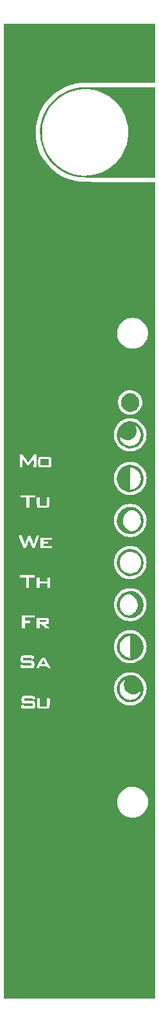
<source format=gtl>
G04 #@! TF.GenerationSoftware,KiCad,Pcbnew,8.0.2*
G04 #@! TF.CreationDate,2024-05-01T23:13:20+02:00*
G04 #@! TF.ProjectId,PetRockPanel,50657452-6f63-46b5-9061-6e656c2e6b69,rev?*
G04 #@! TF.SameCoordinates,Original*
G04 #@! TF.FileFunction,Copper,L1,Top*
G04 #@! TF.FilePolarity,Positive*
%FSLAX46Y46*%
G04 Gerber Fmt 4.6, Leading zero omitted, Abs format (unit mm)*
G04 Created by KiCad (PCBNEW 8.0.2) date 2024-05-01 23:13:20*
%MOMM*%
%LPD*%
G01*
G04 APERTURE LIST*
G04 #@! TA.AperFunction,EtchedComponent*
%ADD10C,0.000000*%
G04 #@! TD*
G04 #@! TA.AperFunction,ComponentPad*
%ADD11C,4.000000*%
G04 #@! TD*
G04 APERTURE END LIST*
D10*
G04 #@! TA.AperFunction,EtchedComponent*
G36*
X72165693Y-95062833D02*
G01*
X72165693Y-95482401D01*
X71617027Y-95482401D01*
X71068361Y-95482401D01*
X71068361Y-95062833D01*
X71068361Y-94643265D01*
X71617027Y-94643265D01*
X72165693Y-94643265D01*
X72165693Y-95062833D01*
G37*
G04 #@! TD.AperFunction*
G04 #@! TA.AperFunction,EtchedComponent*
G36*
X71445853Y-121213189D02*
G01*
X71495522Y-121286131D01*
X71565742Y-121411755D01*
X71598639Y-121471410D01*
X71719406Y-121689263D01*
X71412771Y-121689263D01*
X71106136Y-121689263D01*
X71254991Y-121416844D01*
X71321305Y-121294756D01*
X71368630Y-121219071D01*
X71406851Y-121191359D01*
X71445853Y-121213189D01*
G37*
G04 #@! TD.AperFunction*
G04 #@! TA.AperFunction,EtchedComponent*
G36*
X71508484Y-115849344D02*
G01*
X71641730Y-115856671D01*
X71729205Y-115872649D01*
X71780274Y-115900357D01*
X71804300Y-115942877D01*
X71810649Y-116003288D01*
X71810674Y-116008958D01*
X71805329Y-116070926D01*
X71783053Y-116114757D01*
X71734481Y-116143531D01*
X71650247Y-116160330D01*
X71520987Y-116168233D01*
X71337337Y-116170322D01*
X71320102Y-116170330D01*
X70906989Y-116170330D01*
X70906989Y-116008958D01*
X70906989Y-115847586D01*
X71320102Y-115847586D01*
X71508484Y-115849344D01*
G37*
G04 #@! TD.AperFunction*
G04 #@! TA.AperFunction,EtchedComponent*
G36*
X83072164Y-85964942D02*
G01*
X83331007Y-86036474D01*
X83414845Y-86073718D01*
X83582170Y-86181489D01*
X83746677Y-86332512D01*
X83890494Y-86507272D01*
X83995748Y-86686253D01*
X84012964Y-86726838D01*
X84066891Y-86928315D01*
X84089111Y-87156795D01*
X84079001Y-87385337D01*
X84035938Y-87587001D01*
X84033029Y-87595549D01*
X83934331Y-87805517D01*
X83793878Y-88005853D01*
X83630560Y-88169866D01*
X83621301Y-88177294D01*
X83418455Y-88302241D01*
X83184991Y-88387516D01*
X82940001Y-88428873D01*
X82702579Y-88422066D01*
X82606480Y-88402992D01*
X82336550Y-88301718D01*
X82105000Y-88148815D01*
X81914025Y-87946105D01*
X81772973Y-87710734D01*
X81723549Y-87600039D01*
X81693114Y-87507701D01*
X81677162Y-87410730D01*
X81671189Y-87286140D01*
X81670521Y-87187865D01*
X81672707Y-87034936D01*
X81682188Y-86923704D01*
X81703354Y-86831383D01*
X81740593Y-86735187D01*
X81769985Y-86671381D01*
X81915293Y-86433655D01*
X82100452Y-86239868D01*
X82317089Y-86093062D01*
X82556834Y-85996278D01*
X82811316Y-85952557D01*
X83072164Y-85964942D01*
G37*
G04 #@! TD.AperFunction*
G04 #@! TA.AperFunction,EtchedComponent*
G36*
X83227302Y-95444045D02*
G01*
X83527004Y-95524589D01*
X83803131Y-95662434D01*
X84062759Y-95860531D01*
X84144218Y-95937831D01*
X84359947Y-96194843D01*
X84517238Y-96478831D01*
X84616406Y-96790571D01*
X84657764Y-97130842D01*
X84659136Y-97209085D01*
X84648514Y-97448324D01*
X84612201Y-97656737D01*
X84543527Y-97863752D01*
X84476269Y-98015946D01*
X84307927Y-98298383D01*
X84094432Y-98538515D01*
X83842236Y-98732807D01*
X83557792Y-98877727D01*
X83247554Y-98969741D01*
X82917976Y-99005315D01*
X82687167Y-98995573D01*
X82380295Y-98932620D01*
X82089059Y-98811694D01*
X81887877Y-98681528D01*
X82880813Y-98681528D01*
X83034117Y-98659645D01*
X83159965Y-98634890D01*
X83299758Y-98597789D01*
X83354210Y-98580356D01*
X83606649Y-98460668D01*
X83827855Y-98291005D01*
X84012405Y-98080559D01*
X84154874Y-97838521D01*
X84249838Y-97574082D01*
X84291872Y-97296432D01*
X84276137Y-97018261D01*
X84198108Y-96727147D01*
X84068689Y-96464443D01*
X83894154Y-96236493D01*
X83680778Y-96049641D01*
X83434835Y-95910232D01*
X83162601Y-95824611D01*
X83082287Y-95811108D01*
X82880813Y-95783555D01*
X82880813Y-97232541D01*
X82880813Y-98681528D01*
X81887877Y-98681528D01*
X81822139Y-98638995D01*
X81588218Y-98420724D01*
X81395977Y-98163081D01*
X81315531Y-98015946D01*
X81223386Y-97800419D01*
X81166825Y-97597964D01*
X81139640Y-97380804D01*
X81135480Y-97232541D01*
X81134765Y-97207057D01*
X81163713Y-96860883D01*
X81250683Y-96542909D01*
X81395868Y-96252663D01*
X81599460Y-95989672D01*
X81649683Y-95937831D01*
X81905496Y-95719655D01*
X82175524Y-95562682D01*
X82466842Y-95463963D01*
X82786526Y-95420547D01*
X82896951Y-95417852D01*
X83227302Y-95444045D01*
G37*
G04 #@! TD.AperFunction*
G04 #@! TA.AperFunction,EtchedComponent*
G36*
X83227302Y-117648873D02*
G01*
X83527004Y-117729418D01*
X83803131Y-117867263D01*
X84062759Y-118065359D01*
X84144218Y-118142660D01*
X84360106Y-118399984D01*
X84517548Y-118684464D01*
X84616735Y-118996572D01*
X84657859Y-119336782D01*
X84659136Y-119411886D01*
X84648668Y-119655530D01*
X84613125Y-119865221D01*
X84546301Y-120068734D01*
X84478371Y-120220775D01*
X84306051Y-120505973D01*
X84089423Y-120747607D01*
X83834710Y-120942272D01*
X83548137Y-121086563D01*
X83235930Y-121177075D01*
X82904314Y-121210405D01*
X82687167Y-121200402D01*
X82380782Y-121137533D01*
X82089849Y-121016879D01*
X81823372Y-120844882D01*
X81590357Y-120627985D01*
X81399811Y-120372628D01*
X81317632Y-120220775D01*
X81223608Y-119998285D01*
X81166403Y-119794067D01*
X81139347Y-119578695D01*
X81136954Y-119492623D01*
X81500661Y-119492623D01*
X81543070Y-119767029D01*
X81637492Y-120032056D01*
X81778274Y-120276726D01*
X81959767Y-120490063D01*
X82176319Y-120661093D01*
X82290637Y-120724730D01*
X82420753Y-120777441D01*
X82577635Y-120826050D01*
X82732782Y-120862754D01*
X82856607Y-120879696D01*
X82870025Y-120877144D01*
X82881138Y-120864406D01*
X82890164Y-120835970D01*
X82897318Y-120786320D01*
X82902815Y-120709942D01*
X82906871Y-120601322D01*
X82909702Y-120454943D01*
X82911523Y-120265293D01*
X82912551Y-120026856D01*
X82913000Y-119734118D01*
X82913088Y-119435392D01*
X82913088Y-117988383D01*
X82711614Y-118015936D01*
X82433773Y-118085263D01*
X82179927Y-118210265D01*
X81956455Y-118384523D01*
X81769734Y-118601615D01*
X81626143Y-118855119D01*
X81532060Y-119138614D01*
X81515913Y-119219813D01*
X81500661Y-119492623D01*
X81136954Y-119492623D01*
X81134765Y-119413913D01*
X81163530Y-119067305D01*
X81250036Y-118749395D01*
X81394598Y-118459408D01*
X81597528Y-118196567D01*
X81649683Y-118142660D01*
X81905496Y-117924484D01*
X82175524Y-117767511D01*
X82466842Y-117668791D01*
X82786526Y-117625376D01*
X82896951Y-117622681D01*
X83227302Y-117648873D01*
G37*
G04 #@! TD.AperFunction*
G04 #@! TA.AperFunction,EtchedComponent*
G36*
X83227302Y-100995252D02*
G01*
X83527004Y-101075796D01*
X83803131Y-101213642D01*
X84062759Y-101411738D01*
X84144218Y-101489038D01*
X84359947Y-101746050D01*
X84517238Y-102030038D01*
X84616406Y-102341778D01*
X84657764Y-102682049D01*
X84659136Y-102760292D01*
X84648514Y-102999531D01*
X84612201Y-103207944D01*
X84543527Y-103414959D01*
X84476269Y-103567154D01*
X84307927Y-103849591D01*
X84094432Y-104089722D01*
X83842236Y-104284014D01*
X83557792Y-104428934D01*
X83247554Y-104520948D01*
X82917976Y-104556522D01*
X82687167Y-104546780D01*
X82380295Y-104483827D01*
X82089059Y-104362901D01*
X81822139Y-104190202D01*
X81588218Y-103971931D01*
X81395977Y-103714288D01*
X81315531Y-103567154D01*
X81223386Y-103351626D01*
X81166825Y-103149171D01*
X81139640Y-102932011D01*
X81137019Y-102838584D01*
X81919755Y-102838584D01*
X81954884Y-103105490D01*
X82040142Y-103363806D01*
X82176075Y-103605881D01*
X82363229Y-103824064D01*
X82553240Y-103978365D01*
X82764071Y-104102406D01*
X82959094Y-104169188D01*
X83149681Y-104179999D01*
X83347203Y-104136126D01*
X83476194Y-104082949D01*
X83718044Y-103934472D01*
X83924445Y-103739608D01*
X84090143Y-103508297D01*
X84209883Y-103250481D01*
X84278412Y-102976101D01*
X84290475Y-102695098D01*
X84276137Y-102569468D01*
X84197244Y-102275844D01*
X84065324Y-102009353D01*
X83886093Y-101777752D01*
X83665266Y-101588798D01*
X83471897Y-101477908D01*
X83283467Y-101404100D01*
X83118918Y-101376892D01*
X82957257Y-101396492D01*
X82777489Y-101463107D01*
X82731117Y-101485227D01*
X82476937Y-101642997D01*
X82269609Y-101838085D01*
X82109682Y-102062839D01*
X81997700Y-102309607D01*
X81934209Y-102570739D01*
X81919755Y-102838584D01*
X81137019Y-102838584D01*
X81134765Y-102758264D01*
X81163713Y-102412090D01*
X81250683Y-102094116D01*
X81395868Y-101803870D01*
X81599460Y-101540879D01*
X81649683Y-101489038D01*
X81905496Y-101270862D01*
X82175524Y-101113889D01*
X82466842Y-101015170D01*
X82786526Y-100971754D01*
X82896951Y-100969059D01*
X83227302Y-100995252D01*
G37*
G04 #@! TD.AperFunction*
G04 #@! TA.AperFunction,EtchedComponent*
G36*
X83227302Y-106546459D02*
G01*
X83527004Y-106627003D01*
X83803131Y-106764849D01*
X84062759Y-106962945D01*
X84144218Y-107040245D01*
X84360106Y-107297569D01*
X84517548Y-107582050D01*
X84616735Y-107894158D01*
X84657859Y-108234367D01*
X84659136Y-108309472D01*
X84648668Y-108553116D01*
X84613125Y-108762806D01*
X84546301Y-108966320D01*
X84478371Y-109118361D01*
X84306051Y-109403559D01*
X84089423Y-109645193D01*
X83834710Y-109839858D01*
X83548137Y-109984149D01*
X83235930Y-110074661D01*
X82904314Y-110107991D01*
X82687167Y-110097988D01*
X82380782Y-110035118D01*
X82089849Y-109914465D01*
X81823372Y-109742468D01*
X81590357Y-109525570D01*
X81399811Y-109270214D01*
X81317632Y-109118361D01*
X81223608Y-108895870D01*
X81166403Y-108691653D01*
X81139347Y-108476280D01*
X81135893Y-108352050D01*
X81499856Y-108352050D01*
X81519424Y-108558280D01*
X81599679Y-108847998D01*
X81732863Y-109110011D01*
X81912606Y-109337516D01*
X82132535Y-109523714D01*
X82386281Y-109661802D01*
X82622618Y-109736016D01*
X82773766Y-109764910D01*
X82894840Y-109775160D01*
X83017408Y-109767279D01*
X83157287Y-109744702D01*
X83436368Y-109662227D01*
X83686851Y-109527395D01*
X83903703Y-109347860D01*
X84081892Y-109131276D01*
X84216383Y-108885298D01*
X84302144Y-108617580D01*
X84334142Y-108335776D01*
X84307344Y-108047540D01*
X84298936Y-108008499D01*
X84204846Y-107737455D01*
X84057556Y-107490558D01*
X83865576Y-107275835D01*
X83637417Y-107101316D01*
X83381590Y-106975028D01*
X83133378Y-106909025D01*
X82849651Y-106893748D01*
X82577504Y-106936655D01*
X82322926Y-107031628D01*
X82091908Y-107172544D01*
X81890439Y-107353283D01*
X81724509Y-107567724D01*
X81600109Y-107809746D01*
X81523228Y-108073228D01*
X81499856Y-108352050D01*
X81135893Y-108352050D01*
X81134765Y-108311499D01*
X81163530Y-107964890D01*
X81250036Y-107646981D01*
X81394598Y-107356993D01*
X81597528Y-107094152D01*
X81649683Y-107040245D01*
X81905496Y-106822069D01*
X82175524Y-106665097D01*
X82466842Y-106566377D01*
X82786526Y-106522961D01*
X82896951Y-106520267D01*
X83227302Y-106546459D01*
G37*
G04 #@! TD.AperFunction*
G04 #@! TA.AperFunction,EtchedComponent*
G36*
X83227302Y-112097666D02*
G01*
X83527004Y-112178210D01*
X83803131Y-112316056D01*
X84062759Y-112514152D01*
X84144218Y-112591453D01*
X84360106Y-112848777D01*
X84517548Y-113133257D01*
X84616735Y-113445365D01*
X84657859Y-113785575D01*
X84659136Y-113860679D01*
X84648668Y-114104323D01*
X84613125Y-114314013D01*
X84546301Y-114517527D01*
X84478371Y-114669568D01*
X84306051Y-114954766D01*
X84089423Y-115196400D01*
X83834710Y-115391065D01*
X83548137Y-115535356D01*
X83235930Y-115625868D01*
X82904314Y-115659198D01*
X82687167Y-115649195D01*
X82380782Y-115586326D01*
X82089849Y-115465672D01*
X81823372Y-115293675D01*
X81590357Y-115076778D01*
X81399811Y-114821421D01*
X81317632Y-114669568D01*
X81223608Y-114447078D01*
X81166403Y-114242860D01*
X81139347Y-114027488D01*
X81137939Y-113976856D01*
X81503248Y-113976856D01*
X81518807Y-114105891D01*
X81599599Y-114398341D01*
X81733847Y-114663533D01*
X81915549Y-114894090D01*
X82138709Y-115082632D01*
X82397325Y-115221784D01*
X82439584Y-115238230D01*
X82624886Y-115283493D01*
X82806545Y-115275907D01*
X83000427Y-115214174D01*
X83057845Y-115187607D01*
X83258010Y-115063756D01*
X83451184Y-114897954D01*
X83614871Y-114710909D01*
X83678240Y-114616538D01*
X83802054Y-114350726D01*
X83866761Y-114073765D01*
X83874841Y-113793831D01*
X83828775Y-113519101D01*
X83731044Y-113257753D01*
X83584127Y-113017965D01*
X83390506Y-112807912D01*
X83152661Y-112635772D01*
X83062784Y-112587641D01*
X82875840Y-112510124D01*
X82711858Y-112479670D01*
X82549843Y-112496072D01*
X82368801Y-112559123D01*
X82322004Y-112580323D01*
X82075576Y-112729682D01*
X81866550Y-112924909D01*
X81699864Y-113156622D01*
X81580459Y-113415438D01*
X81513274Y-113691977D01*
X81503248Y-113976856D01*
X81137939Y-113976856D01*
X81134765Y-113862706D01*
X81163530Y-113516097D01*
X81250036Y-113198188D01*
X81394598Y-112908201D01*
X81597528Y-112645360D01*
X81649683Y-112591453D01*
X81905496Y-112373277D01*
X82175524Y-112216304D01*
X82466842Y-112117584D01*
X82786526Y-112074169D01*
X82896951Y-112071474D01*
X83227302Y-112097666D01*
G37*
G04 #@! TD.AperFunction*
G04 #@! TA.AperFunction,EtchedComponent*
G36*
X83227302Y-89699191D02*
G01*
X83527004Y-89779735D01*
X83803131Y-89917581D01*
X84062759Y-90115677D01*
X84144218Y-90192977D01*
X84359947Y-90449989D01*
X84517238Y-90733977D01*
X84616406Y-91045718D01*
X84657764Y-91385988D01*
X84659136Y-91464231D01*
X84648514Y-91703470D01*
X84612201Y-91911883D01*
X84543527Y-92118898D01*
X84476269Y-92271093D01*
X84307927Y-92553530D01*
X84094432Y-92793661D01*
X83842236Y-92987953D01*
X83557792Y-93132873D01*
X83247554Y-93224887D01*
X82917976Y-93260461D01*
X82687167Y-93250719D01*
X82380295Y-93187766D01*
X82089059Y-93066840D01*
X81822139Y-92894141D01*
X81588218Y-92675870D01*
X81395977Y-92418227D01*
X81315531Y-92271093D01*
X81223386Y-92055565D01*
X81166825Y-91853110D01*
X81143558Y-91667251D01*
X81462949Y-91667251D01*
X81521320Y-91877757D01*
X81629567Y-92151465D01*
X81790293Y-92394680D01*
X81995843Y-92600162D01*
X82238560Y-92760671D01*
X82510790Y-92868967D01*
X82590343Y-92888748D01*
X82741491Y-92917642D01*
X82862566Y-92927892D01*
X82985133Y-92920011D01*
X83125013Y-92897434D01*
X83405742Y-92814133D01*
X83659550Y-92676352D01*
X83879839Y-92490875D01*
X84060009Y-92264490D01*
X84193462Y-92003981D01*
X84273570Y-91716304D01*
X84290525Y-91434924D01*
X84250077Y-91148343D01*
X84156065Y-90871750D01*
X84012331Y-90620335D01*
X83988214Y-90587689D01*
X83922912Y-90513507D01*
X83835154Y-90428322D01*
X83739497Y-90344500D01*
X83650498Y-90274409D01*
X83582713Y-90230415D01*
X83557374Y-90221664D01*
X83556605Y-90248223D01*
X83579728Y-90318499D01*
X83621934Y-90418395D01*
X83631693Y-90439517D01*
X83683998Y-90559301D01*
X83714499Y-90658759D01*
X83728635Y-90764659D01*
X83731847Y-90903770D01*
X83731704Y-90931702D01*
X83712798Y-91183994D01*
X83655509Y-91397810D01*
X83552951Y-91591019D01*
X83408268Y-91770724D01*
X83194263Y-91958302D01*
X82957358Y-92088785D01*
X82705104Y-92161995D01*
X82445050Y-92177752D01*
X82184747Y-92135879D01*
X81931745Y-92036195D01*
X81693594Y-91878521D01*
X81618930Y-91813153D01*
X81462949Y-91667251D01*
X81143558Y-91667251D01*
X81139640Y-91635950D01*
X81134765Y-91462203D01*
X81163713Y-91116029D01*
X81250683Y-90798055D01*
X81395868Y-90507809D01*
X81599460Y-90244818D01*
X81649683Y-90192977D01*
X81905496Y-89974801D01*
X82175524Y-89817828D01*
X82466842Y-89719109D01*
X82786526Y-89675693D01*
X82896951Y-89672998D01*
X83227302Y-89699191D01*
G37*
G04 #@! TD.AperFunction*
G04 #@! TA.AperFunction,EtchedComponent*
G36*
X83227302Y-123200081D02*
G01*
X83527004Y-123280625D01*
X83803131Y-123418470D01*
X84062759Y-123616566D01*
X84144218Y-123693867D01*
X84360106Y-123951191D01*
X84517548Y-124235671D01*
X84616735Y-124547780D01*
X84657859Y-124887989D01*
X84659136Y-124963093D01*
X84648668Y-125206737D01*
X84613125Y-125416428D01*
X84546301Y-125619941D01*
X84478371Y-125771982D01*
X84306051Y-126057181D01*
X84089423Y-126298814D01*
X83834710Y-126493479D01*
X83548137Y-126637770D01*
X83235930Y-126728283D01*
X82904314Y-126761613D01*
X82687167Y-126751609D01*
X82380782Y-126688740D01*
X82089849Y-126568086D01*
X81823372Y-126396089D01*
X81590357Y-126179192D01*
X81399811Y-125923835D01*
X81317632Y-125771982D01*
X81223608Y-125549492D01*
X81166403Y-125345274D01*
X81139347Y-125129902D01*
X81134765Y-124965120D01*
X81140203Y-124899599D01*
X81504060Y-124899599D01*
X81514910Y-125183611D01*
X81519424Y-125211901D01*
X81599679Y-125501619D01*
X81732863Y-125763632D01*
X81912606Y-125991137D01*
X82132535Y-126177335D01*
X82386281Y-126315423D01*
X82622618Y-126389637D01*
X82773766Y-126418531D01*
X82894840Y-126428782D01*
X83017408Y-126420900D01*
X83157287Y-126398324D01*
X83439872Y-126314622D01*
X83696250Y-126176178D01*
X83918813Y-125989949D01*
X84099955Y-125762890D01*
X84232067Y-125501956D01*
X84272581Y-125378646D01*
X84330952Y-125168140D01*
X84174972Y-125314042D01*
X83943438Y-125491055D01*
X83694541Y-125610019D01*
X83435829Y-125671113D01*
X83174854Y-125674516D01*
X82919165Y-125620407D01*
X82676314Y-125508966D01*
X82453849Y-125340370D01*
X82385633Y-125271614D01*
X82233980Y-125081460D01*
X82134105Y-124887579D01*
X82079119Y-124672102D01*
X82062197Y-124432592D01*
X82064131Y-124285449D01*
X82076095Y-124175923D01*
X82103528Y-124077245D01*
X82151870Y-123962647D01*
X82162208Y-123940406D01*
X82207490Y-123836484D01*
X82234601Y-123759508D01*
X82238731Y-123723577D01*
X82236527Y-123722554D01*
X82189693Y-123743638D01*
X82112431Y-123798648D01*
X82019297Y-123875215D01*
X81924849Y-123960974D01*
X81843642Y-124043557D01*
X81805687Y-124088578D01*
X81653017Y-124338080D01*
X81551285Y-124613088D01*
X81504060Y-124899599D01*
X81140203Y-124899599D01*
X81163530Y-124618512D01*
X81250036Y-124300602D01*
X81394598Y-124010615D01*
X81597528Y-123747774D01*
X81649683Y-123693867D01*
X81905496Y-123475691D01*
X82175524Y-123318718D01*
X82466842Y-123219998D01*
X82786526Y-123176583D01*
X82896951Y-123173888D01*
X83227302Y-123200081D01*
G37*
G04 #@! TD.AperFunction*
G04 #@! TA.AperFunction,EtchedComponent*
G36*
X86205083Y-51555696D02*
G01*
X86205083Y-57527636D01*
X81323571Y-57523544D01*
X80763678Y-57522899D01*
X80219201Y-57521929D01*
X79693855Y-57520656D01*
X79191358Y-57519104D01*
X78715424Y-57517295D01*
X78269771Y-57515251D01*
X77858114Y-57512996D01*
X77484170Y-57510551D01*
X77151654Y-57507941D01*
X76864283Y-57505186D01*
X76625774Y-57502310D01*
X76439842Y-57499336D01*
X76310203Y-57496287D01*
X76240574Y-57493184D01*
X76233642Y-57492492D01*
X75615179Y-57380828D01*
X75018499Y-57209474D01*
X74446905Y-56980083D01*
X73903701Y-56694309D01*
X73392190Y-56353806D01*
X72915675Y-55960227D01*
X72644757Y-55695991D01*
X72240513Y-55230929D01*
X71890031Y-54732714D01*
X71594529Y-54205685D01*
X71355226Y-53654180D01*
X71173340Y-53082538D01*
X71050087Y-52495098D01*
X70986687Y-51896199D01*
X70985666Y-51630644D01*
X71251318Y-51630644D01*
X71262901Y-51990506D01*
X71291915Y-52325939D01*
X71322213Y-52532508D01*
X71458366Y-53116019D01*
X71653347Y-53679137D01*
X71904038Y-54217285D01*
X72207319Y-54725883D01*
X72560073Y-55200353D01*
X72959181Y-55636116D01*
X73401525Y-56028593D01*
X73883987Y-56373205D01*
X73977607Y-56431478D01*
X74499307Y-56712614D01*
X75046038Y-56937909D01*
X75611186Y-57105860D01*
X76188141Y-57214967D01*
X76770290Y-57263726D01*
X77351021Y-57250638D01*
X77516456Y-57235252D01*
X78121981Y-57138031D01*
X78704950Y-56982035D01*
X79262002Y-56769277D01*
X79789777Y-56501767D01*
X80284916Y-56181519D01*
X80744059Y-55810543D01*
X81163845Y-55390850D01*
X81540915Y-54924454D01*
X81659226Y-54754950D01*
X81970795Y-54235147D01*
X82223497Y-53693768D01*
X82417020Y-53135258D01*
X82551054Y-52564064D01*
X82625287Y-51984631D01*
X82639409Y-51401407D01*
X82593109Y-50818836D01*
X82486077Y-50241366D01*
X82318001Y-49673442D01*
X82088571Y-49119510D01*
X82057591Y-49055591D01*
X81760970Y-48524098D01*
X81415977Y-48034196D01*
X81025180Y-47587830D01*
X80591144Y-47186942D01*
X80116435Y-46833476D01*
X79603620Y-46529377D01*
X79055265Y-46276586D01*
X78473937Y-46077049D01*
X77958958Y-45951398D01*
X77783816Y-45925564D01*
X77559465Y-45906555D01*
X77300883Y-45894370D01*
X77023048Y-45889010D01*
X76740939Y-45890475D01*
X76469532Y-45898764D01*
X76223806Y-45913877D01*
X76018740Y-45935815D01*
X75925667Y-45951398D01*
X75315749Y-46103771D01*
X74742980Y-46308640D01*
X74205863Y-46566797D01*
X73702899Y-46879037D01*
X73232591Y-47246152D01*
X72907264Y-47551031D01*
X72499958Y-48002910D01*
X72151528Y-48478335D01*
X71860135Y-48980868D01*
X71623935Y-49514074D01*
X71441089Y-50081517D01*
X71321255Y-50620902D01*
X71280484Y-50924200D01*
X71257175Y-51267994D01*
X71251318Y-51630644D01*
X70985666Y-51630644D01*
X70984357Y-51290179D01*
X71044314Y-50681378D01*
X71121196Y-50268421D01*
X71201566Y-49943269D01*
X71294450Y-49643619D01*
X71408110Y-49346307D01*
X71550809Y-49028166D01*
X71599884Y-48926493D01*
X71898616Y-48387562D01*
X72246637Y-47888856D01*
X72641162Y-47432461D01*
X73079404Y-47020462D01*
X73558577Y-46654944D01*
X74075895Y-46337992D01*
X74628571Y-46071692D01*
X75213820Y-45858129D01*
X75828855Y-45699388D01*
X75941804Y-45676931D01*
X75991982Y-45667515D01*
X76040798Y-45658968D01*
X76091489Y-45651242D01*
X76147294Y-45644287D01*
X76211451Y-45638052D01*
X76287196Y-45632488D01*
X76377768Y-45627545D01*
X76486403Y-45623173D01*
X76616340Y-45619323D01*
X76770817Y-45615944D01*
X76953071Y-45612986D01*
X77166339Y-45610401D01*
X77413860Y-45608137D01*
X77698870Y-45606146D01*
X78024608Y-45604377D01*
X78394311Y-45602781D01*
X78811217Y-45601307D01*
X79278564Y-45599906D01*
X79799588Y-45598528D01*
X80377528Y-45597123D01*
X81015622Y-45595641D01*
X81259022Y-45595083D01*
X86205083Y-45583756D01*
X86205083Y-51555696D01*
G37*
G04 #@! TD.AperFunction*
G04 #@! TA.AperFunction,EtchedComponent*
G36*
X86205083Y-41132211D02*
G01*
X86205083Y-45005146D01*
X81501080Y-45005479D01*
X80801655Y-45005769D01*
X80146719Y-45006531D01*
X79538041Y-45007752D01*
X78977390Y-45009421D01*
X78466537Y-45011525D01*
X78007249Y-45014054D01*
X77601297Y-45016996D01*
X77250450Y-45020338D01*
X76956476Y-45024069D01*
X76721145Y-45028178D01*
X76546227Y-45032653D01*
X76433490Y-45037481D01*
X76409784Y-45039189D01*
X75777615Y-45122200D01*
X75173632Y-45260860D01*
X74589808Y-45457383D01*
X74086023Y-45680103D01*
X73630862Y-45921212D01*
X73223723Y-46175441D01*
X72848090Y-46454727D01*
X72487446Y-46771005D01*
X72244725Y-47010841D01*
X71815875Y-47497813D01*
X71441454Y-48017132D01*
X71122475Y-48564909D01*
X70859948Y-49137256D01*
X70654883Y-49730285D01*
X70508293Y-50340108D01*
X70421188Y-50962835D01*
X70394580Y-51594579D01*
X70429478Y-52231451D01*
X70526896Y-52869563D01*
X70618937Y-53263367D01*
X70814666Y-53876487D01*
X71069061Y-54463419D01*
X71380912Y-55022085D01*
X71749008Y-55550410D01*
X72172139Y-56046315D01*
X72342790Y-56221550D01*
X72819580Y-56649229D01*
X73335135Y-57026972D01*
X73884674Y-57352492D01*
X74463416Y-57623501D01*
X75066579Y-57837711D01*
X75689384Y-57992836D01*
X76216137Y-58074887D01*
X76293155Y-58079838D01*
X76433472Y-58084421D01*
X76635839Y-58088628D01*
X76899009Y-58092452D01*
X77221732Y-58095884D01*
X77602761Y-58098916D01*
X78040845Y-58101540D01*
X78534738Y-58103748D01*
X79083190Y-58105531D01*
X79684953Y-58106882D01*
X80338777Y-58107792D01*
X81043415Y-58108254D01*
X81355845Y-58108312D01*
X86205083Y-58108577D01*
X86205083Y-111974650D01*
X86205083Y-165840724D01*
X76200000Y-165840724D01*
X66194918Y-165840724D01*
X66194918Y-139907367D01*
X81173396Y-139907367D01*
X81197903Y-140244820D01*
X81281006Y-140581870D01*
X81376323Y-140815710D01*
X81550711Y-141108702D01*
X81774187Y-141370328D01*
X82037301Y-141592861D01*
X82330603Y-141768569D01*
X82644642Y-141889725D01*
X82710815Y-141907145D01*
X82886814Y-141936434D01*
X83097939Y-141951419D01*
X83319923Y-141952058D01*
X83528500Y-141938315D01*
X83699403Y-141910151D01*
X83705100Y-141908727D01*
X84045242Y-141790271D01*
X84352835Y-141618691D01*
X84623319Y-141399027D01*
X84852136Y-141136320D01*
X85034726Y-140835611D01*
X85166529Y-140501939D01*
X85231218Y-140221594D01*
X85254492Y-140066993D01*
X85264868Y-139948539D01*
X85262272Y-139839116D01*
X85246626Y-139711609D01*
X85229480Y-139606532D01*
X85149848Y-139278305D01*
X85025757Y-138986792D01*
X84850284Y-138718779D01*
X84642909Y-138486940D01*
X84427854Y-138292738D01*
X84217191Y-138146630D01*
X83991138Y-138036859D01*
X83752643Y-137957876D01*
X83518449Y-137912059D01*
X83257445Y-137892286D01*
X82996746Y-137899039D01*
X82763471Y-137932800D01*
X82734290Y-137939774D01*
X82395782Y-138056487D01*
X82092369Y-138222568D01*
X81826988Y-138431794D01*
X81602578Y-138677945D01*
X81422077Y-138954799D01*
X81288420Y-139256135D01*
X81204548Y-139575731D01*
X81173396Y-139907367D01*
X66194918Y-139907367D01*
X66194918Y-127200412D01*
X68464805Y-127200412D01*
X68468123Y-127218242D01*
X68489422Y-127320645D01*
X68512271Y-127400272D01*
X68544451Y-127460004D01*
X68593745Y-127502720D01*
X68667932Y-127531301D01*
X68774794Y-127548626D01*
X68922112Y-127557577D01*
X69117667Y-127561033D01*
X69369240Y-127561873D01*
X69396639Y-127561922D01*
X69662163Y-127560630D01*
X69877518Y-127555803D01*
X70038769Y-127547614D01*
X70141984Y-127536239D01*
X70175736Y-127527381D01*
X70241796Y-127482055D01*
X70286463Y-127409970D01*
X70313014Y-127300556D01*
X70324729Y-127143240D01*
X70326048Y-127042822D01*
X70324875Y-126902892D01*
X70318626Y-126810766D01*
X70303208Y-126749706D01*
X70274528Y-126702976D01*
X70231708Y-126657047D01*
X70137367Y-126562706D01*
X69505532Y-126562706D01*
X68873698Y-126562706D01*
X68873698Y-126369059D01*
X68873698Y-126175413D01*
X69422363Y-126175413D01*
X69971029Y-126175413D01*
X69971029Y-126274800D01*
X69975702Y-126341313D01*
X70002805Y-126362348D01*
X70071961Y-126352234D01*
X70075921Y-126351375D01*
X70203901Y-126320457D01*
X70279337Y-126290050D01*
X70313443Y-126250585D01*
X70316390Y-126207687D01*
X70611489Y-126207687D01*
X70622072Y-126823807D01*
X70625021Y-127056123D01*
X70629962Y-127234159D01*
X70644526Y-127365090D01*
X70676348Y-127456092D01*
X70733062Y-127514339D01*
X70822299Y-127547006D01*
X70951693Y-127561268D01*
X71128879Y-127564300D01*
X71361488Y-127563276D01*
X71408717Y-127563215D01*
X71607971Y-127561701D01*
X71789306Y-127557489D01*
X71941169Y-127551072D01*
X72052006Y-127542942D01*
X72110261Y-127533593D01*
X72111219Y-127533245D01*
X72161876Y-127503538D01*
X72200289Y-127452726D01*
X72227983Y-127372932D01*
X72246484Y-127256278D01*
X72257315Y-127094889D01*
X72262001Y-126880886D01*
X72262516Y-126751537D01*
X72262516Y-126207687D01*
X72085006Y-126207687D01*
X71907497Y-126207687D01*
X71907497Y-126756353D01*
X71907497Y-127305019D01*
X71439517Y-127305019D01*
X70971538Y-127305019D01*
X70971538Y-126756353D01*
X70971538Y-126207687D01*
X70791513Y-126207687D01*
X70611489Y-126207687D01*
X70316390Y-126207687D01*
X70317434Y-126192493D01*
X70311137Y-126150678D01*
X70295329Y-126074011D01*
X70273985Y-126014886D01*
X70239210Y-125970903D01*
X70183112Y-125939665D01*
X70097798Y-125918771D01*
X69975373Y-125905823D01*
X69807944Y-125898421D01*
X69587618Y-125894167D01*
X69461877Y-125892552D01*
X69207452Y-125890271D01*
X69009611Y-125891469D01*
X68860418Y-125897791D01*
X68751933Y-125910885D01*
X68676218Y-125932396D01*
X68625337Y-125963971D01*
X68591350Y-126007257D01*
X68566320Y-126063899D01*
X68560843Y-126079431D01*
X68533713Y-126209524D01*
X68523767Y-126371907D01*
X68531004Y-126536648D01*
X68555426Y-126673819D01*
X68560843Y-126690963D01*
X68586821Y-126753407D01*
X68621878Y-126800848D01*
X68674496Y-126835332D01*
X68753160Y-126858902D01*
X68866351Y-126873602D01*
X69022552Y-126881478D01*
X69230247Y-126884573D01*
X69365883Y-126884975D01*
X69971029Y-126885451D01*
X69971029Y-127062960D01*
X69971029Y-127240470D01*
X69406226Y-127240470D01*
X68841423Y-127240470D01*
X68841423Y-127156755D01*
X68838226Y-127108682D01*
X68817960Y-127086569D01*
X68764611Y-127084666D01*
X68671982Y-127095896D01*
X68555744Y-127113401D01*
X68490951Y-127131564D01*
X68464879Y-127158022D01*
X68464805Y-127200412D01*
X66194918Y-127200412D01*
X66194918Y-125085309D01*
X80748137Y-125085309D01*
X80756677Y-125210482D01*
X80820080Y-125559611D01*
X80941839Y-125891201D01*
X81116693Y-126198657D01*
X81339382Y-126475383D01*
X81604646Y-126714782D01*
X81907226Y-126910259D01*
X82222425Y-127048570D01*
X82479459Y-127112853D01*
X82769041Y-127143683D01*
X83068519Y-127141067D01*
X83355242Y-127105010D01*
X83571476Y-127048255D01*
X83910981Y-126897049D01*
X84220269Y-126689493D01*
X84412908Y-126515715D01*
X84658918Y-126225295D01*
X84844757Y-125912243D01*
X84970761Y-125575591D01*
X85037266Y-125214370D01*
X85044608Y-124827612D01*
X85036348Y-124717158D01*
X84971610Y-124362820D01*
X84848344Y-124028779D01*
X84670843Y-123720495D01*
X84443401Y-123443430D01*
X84170312Y-123203045D01*
X83855868Y-123004802D01*
X83598647Y-122888279D01*
X83508013Y-122855347D01*
X83426251Y-122832348D01*
X83338630Y-122817525D01*
X83230422Y-122809119D01*
X83086895Y-122805372D01*
X82896951Y-122804526D01*
X82704308Y-122805405D01*
X82561475Y-122809213D01*
X82453719Y-122817710D01*
X82366312Y-122832652D01*
X82284523Y-122855798D01*
X82195254Y-122888279D01*
X81884331Y-123031318D01*
X81612259Y-123209856D01*
X81395329Y-123399809D01*
X81150514Y-123682529D01*
X80962486Y-123994994D01*
X80832146Y-124334650D01*
X80760396Y-124698940D01*
X80748137Y-125085309D01*
X66194918Y-125085309D01*
X66194918Y-122237929D01*
X70453489Y-122237929D01*
X70627342Y-122237929D01*
X70728807Y-122235571D01*
X70788961Y-122219532D01*
X70831043Y-122176359D01*
X70878242Y-122092694D01*
X70955290Y-121947458D01*
X71407861Y-121947458D01*
X71860433Y-121947458D01*
X71939771Y-122092694D01*
X72019109Y-122237929D01*
X72205362Y-122237929D01*
X72304940Y-122234132D01*
X72371882Y-122224296D01*
X72390002Y-122213723D01*
X72373371Y-122180461D01*
X72327575Y-122100232D01*
X72257336Y-121981006D01*
X72167378Y-121830753D01*
X72062423Y-121657443D01*
X71993189Y-121544028D01*
X71597987Y-120898539D01*
X71423645Y-120898539D01*
X71249302Y-120898539D01*
X70898963Y-121479479D01*
X70791074Y-121658846D01*
X70691977Y-121824460D01*
X70607485Y-121966539D01*
X70543411Y-122075299D01*
X70505568Y-122140958D01*
X70501057Y-122149174D01*
X70453489Y-122237929D01*
X66194918Y-122237929D01*
X66194918Y-121875126D01*
X68367981Y-121875126D01*
X68371300Y-121892956D01*
X68392598Y-121995359D01*
X68415447Y-122074986D01*
X68447628Y-122134718D01*
X68496921Y-122177434D01*
X68571108Y-122206015D01*
X68677970Y-122223341D01*
X68825288Y-122232291D01*
X69020843Y-122235747D01*
X69272416Y-122236587D01*
X69299816Y-122236636D01*
X69565340Y-122235344D01*
X69780694Y-122230517D01*
X69941946Y-122222328D01*
X70045161Y-122210953D01*
X70078912Y-122202095D01*
X70144973Y-122156769D01*
X70189639Y-122084685D01*
X70216190Y-121975270D01*
X70227906Y-121817954D01*
X70229225Y-121717536D01*
X70228052Y-121577606D01*
X70221802Y-121485480D01*
X70206385Y-121424420D01*
X70177705Y-121377690D01*
X70134884Y-121331761D01*
X70040544Y-121237420D01*
X69408709Y-121237420D01*
X68776874Y-121237420D01*
X68776874Y-121043774D01*
X68776874Y-120850127D01*
X69325540Y-120850127D01*
X69874206Y-120850127D01*
X69874206Y-120949515D01*
X69878879Y-121016027D01*
X69905981Y-121037063D01*
X69975138Y-121026948D01*
X69979098Y-121026089D01*
X70107077Y-120995172D01*
X70182513Y-120964764D01*
X70216620Y-120925299D01*
X70220611Y-120867207D01*
X70214314Y-120825392D01*
X70198506Y-120748725D01*
X70177161Y-120689600D01*
X70142387Y-120645617D01*
X70086289Y-120614379D01*
X70000974Y-120593485D01*
X69878549Y-120580537D01*
X69711121Y-120573135D01*
X69490795Y-120568881D01*
X69365054Y-120567266D01*
X69110628Y-120564985D01*
X68912788Y-120566183D01*
X68763594Y-120572505D01*
X68655109Y-120585599D01*
X68579395Y-120607110D01*
X68528514Y-120638685D01*
X68494527Y-120681971D01*
X68469497Y-120738613D01*
X68464020Y-120754145D01*
X68436890Y-120884238D01*
X68426943Y-121046621D01*
X68434181Y-121211362D01*
X68458602Y-121348533D01*
X68464020Y-121365677D01*
X68489997Y-121428121D01*
X68525054Y-121475562D01*
X68577673Y-121510046D01*
X68656336Y-121533616D01*
X68769527Y-121548316D01*
X68925729Y-121556192D01*
X69133424Y-121559287D01*
X69269060Y-121559689D01*
X69874206Y-121560165D01*
X69874206Y-121737674D01*
X69874206Y-121915184D01*
X69309403Y-121915184D01*
X68744600Y-121915184D01*
X68744600Y-121831469D01*
X68741403Y-121783396D01*
X68721137Y-121761283D01*
X68667788Y-121759380D01*
X68575159Y-121770610D01*
X68458920Y-121788115D01*
X68394127Y-121806278D01*
X68368056Y-121832736D01*
X68367981Y-121875126D01*
X66194918Y-121875126D01*
X66194918Y-119534102D01*
X80748137Y-119534102D01*
X80756677Y-119659275D01*
X80820080Y-120008403D01*
X80941839Y-120339994D01*
X81116693Y-120647450D01*
X81339382Y-120924175D01*
X81604646Y-121163575D01*
X81907226Y-121359052D01*
X82222425Y-121497363D01*
X82479459Y-121561646D01*
X82769041Y-121592476D01*
X83068519Y-121589860D01*
X83355242Y-121553802D01*
X83571476Y-121497048D01*
X83910981Y-121345842D01*
X84220269Y-121138286D01*
X84412908Y-120964507D01*
X84658918Y-120674087D01*
X84844757Y-120361036D01*
X84970761Y-120024384D01*
X85037266Y-119663163D01*
X85044608Y-119276405D01*
X85036348Y-119165951D01*
X84971610Y-118811613D01*
X84848344Y-118477572D01*
X84670843Y-118169288D01*
X84443401Y-117892222D01*
X84170312Y-117651838D01*
X83855868Y-117453595D01*
X83598647Y-117337072D01*
X83508013Y-117304139D01*
X83426251Y-117281141D01*
X83338630Y-117266317D01*
X83230422Y-117257912D01*
X83086895Y-117254165D01*
X82896951Y-117253319D01*
X82704308Y-117254198D01*
X82561475Y-117258006D01*
X82453719Y-117266503D01*
X82366312Y-117281445D01*
X82284523Y-117304591D01*
X82195254Y-117337072D01*
X81884331Y-117480111D01*
X81612259Y-117658649D01*
X81395329Y-117848602D01*
X81150514Y-118131322D01*
X80962486Y-118443787D01*
X80832146Y-118783443D01*
X80760396Y-119147733D01*
X80748137Y-119534102D01*
X66194918Y-119534102D01*
X66194918Y-116944917D01*
X68583228Y-116944917D01*
X68776874Y-116944917D01*
X68970521Y-116944917D01*
X70551970Y-116944917D01*
X70729479Y-116944917D01*
X70906989Y-116944917D01*
X70906989Y-116686721D01*
X70906989Y-116428526D01*
X71056049Y-116428526D01*
X71122471Y-116431064D01*
X71178634Y-116443639D01*
X71236990Y-116473698D01*
X71309990Y-116528683D01*
X71410086Y-116616039D01*
X71487929Y-116686721D01*
X71770748Y-116944917D01*
X72020587Y-116944917D01*
X72270425Y-116944917D01*
X71947348Y-116694790D01*
X71624270Y-116444663D01*
X71757815Y-116436152D01*
X71863104Y-116426500D01*
X71952865Y-116413518D01*
X71966104Y-116410797D01*
X72037961Y-116364143D01*
X72090492Y-116271105D01*
X72122799Y-116147162D01*
X72133986Y-116007791D01*
X72123158Y-115868471D01*
X72089418Y-115744679D01*
X72031869Y-115651893D01*
X72011120Y-115633390D01*
X71973329Y-115618423D01*
X71900164Y-115607060D01*
X71785247Y-115598940D01*
X71622200Y-115593700D01*
X71404645Y-115590979D01*
X71253939Y-115590416D01*
X70551970Y-115589390D01*
X70551970Y-116267154D01*
X70551970Y-116944917D01*
X68970521Y-116944917D01*
X68970521Y-116622173D01*
X68970521Y-116299428D01*
X69325540Y-116299428D01*
X69680559Y-116299428D01*
X69680559Y-116267154D01*
X69680559Y-116154193D01*
X69680559Y-116008958D01*
X69325540Y-116008958D01*
X68970521Y-116008958D01*
X68970521Y-115783037D01*
X68970521Y-115557115D01*
X69632147Y-115557115D01*
X70293774Y-115557115D01*
X70293774Y-115411880D01*
X70293774Y-115266645D01*
X69438501Y-115266645D01*
X68583228Y-115266645D01*
X68583228Y-116105781D01*
X68583228Y-116944917D01*
X66194918Y-116944917D01*
X66194918Y-116105781D01*
X66194918Y-113982895D01*
X80748137Y-113982895D01*
X80756677Y-114108068D01*
X80820080Y-114457196D01*
X80941839Y-114788787D01*
X81116693Y-115096243D01*
X81339382Y-115372968D01*
X81604646Y-115612368D01*
X81907226Y-115807845D01*
X82222425Y-115946156D01*
X82479459Y-116010438D01*
X82769041Y-116041269D01*
X83068519Y-116038653D01*
X83355242Y-116002595D01*
X83571476Y-115945841D01*
X83910981Y-115794635D01*
X84220269Y-115587078D01*
X84412908Y-115413300D01*
X84658918Y-115122880D01*
X84844757Y-114809829D01*
X84970761Y-114473177D01*
X85037266Y-114111956D01*
X85044608Y-113725197D01*
X85036348Y-113614744D01*
X84971610Y-113260406D01*
X84848344Y-112926365D01*
X84670843Y-112618080D01*
X84443401Y-112341015D01*
X84170312Y-112100631D01*
X83855868Y-111902388D01*
X83598647Y-111785865D01*
X83508013Y-111752932D01*
X83426251Y-111729934D01*
X83338630Y-111715110D01*
X83230422Y-111706704D01*
X83086895Y-111702958D01*
X82896951Y-111702112D01*
X82704308Y-111702991D01*
X82561475Y-111706799D01*
X82453719Y-111715296D01*
X82366312Y-111730238D01*
X82284523Y-111753384D01*
X82195254Y-111785865D01*
X81884331Y-111928904D01*
X81612259Y-112107442D01*
X81395329Y-112297395D01*
X81150514Y-112580115D01*
X80962486Y-112892580D01*
X80832146Y-113232236D01*
X80760396Y-113596526D01*
X80748137Y-113982895D01*
X66194918Y-113982895D01*
X66194918Y-110264104D01*
X68357306Y-110264104D01*
X68744600Y-110264104D01*
X69131893Y-110264104D01*
X69131893Y-110958005D01*
X69131893Y-111651906D01*
X69325540Y-111651906D01*
X69519187Y-111651906D01*
X70551970Y-111651906D01*
X70729479Y-111651906D01*
X70906989Y-111651906D01*
X70906989Y-111361436D01*
X70906989Y-111070965D01*
X71423380Y-111070965D01*
X71939771Y-111070965D01*
X71939771Y-111361436D01*
X71939771Y-111651906D01*
X72117281Y-111651906D01*
X72294790Y-111651906D01*
X72294790Y-110974142D01*
X72294790Y-110296378D01*
X72117281Y-110296378D01*
X71939771Y-110296378D01*
X71939771Y-110554574D01*
X71939771Y-110812770D01*
X71423380Y-110812770D01*
X70906989Y-110812770D01*
X70906989Y-110554574D01*
X70906989Y-110296378D01*
X70729479Y-110296378D01*
X70551970Y-110296378D01*
X70551970Y-110974142D01*
X70551970Y-111651906D01*
X69519187Y-111651906D01*
X69519187Y-110974142D01*
X69519187Y-110958005D01*
X69519187Y-110264104D01*
X69906480Y-110264104D01*
X70293774Y-110264104D01*
X70293774Y-110118869D01*
X70293774Y-109973634D01*
X69325540Y-109973634D01*
X68357306Y-109973634D01*
X68357306Y-110118869D01*
X68357306Y-110264104D01*
X66194918Y-110264104D01*
X66194918Y-110118869D01*
X66194918Y-108431687D01*
X80748137Y-108431687D01*
X80756677Y-108556860D01*
X80820080Y-108905989D01*
X80941839Y-109237579D01*
X81116693Y-109545035D01*
X81339382Y-109821761D01*
X81604646Y-110061161D01*
X81907226Y-110256638D01*
X82222425Y-110394949D01*
X82479459Y-110459231D01*
X82769041Y-110490062D01*
X83068519Y-110487446D01*
X83355242Y-110451388D01*
X83571476Y-110394634D01*
X83910981Y-110243428D01*
X84220269Y-110035871D01*
X84412908Y-109862093D01*
X84658918Y-109571673D01*
X84844757Y-109258622D01*
X84970761Y-108921970D01*
X85037266Y-108560749D01*
X85044608Y-108173990D01*
X85036348Y-108063537D01*
X84971610Y-107709199D01*
X84848344Y-107375157D01*
X84670843Y-107066873D01*
X84443401Y-106789808D01*
X84170312Y-106549424D01*
X83855868Y-106351181D01*
X83598647Y-106234658D01*
X83508013Y-106201725D01*
X83426251Y-106178726D01*
X83338630Y-106163903D01*
X83230422Y-106155497D01*
X83086895Y-106151751D01*
X82896951Y-106150905D01*
X82704308Y-106151784D01*
X82561475Y-106155592D01*
X82453719Y-106164088D01*
X82366312Y-106179031D01*
X82284523Y-106202177D01*
X82195254Y-106234658D01*
X81884331Y-106377697D01*
X81612259Y-106556235D01*
X81395329Y-106746188D01*
X81150514Y-107028907D01*
X80962486Y-107341373D01*
X80832146Y-107681028D01*
X80760396Y-108045318D01*
X80748137Y-108431687D01*
X66194918Y-108431687D01*
X66194918Y-104783694D01*
X68171201Y-104783694D01*
X68171810Y-104785514D01*
X68186899Y-104825488D01*
X68221693Y-104917434D01*
X68273017Y-105052963D01*
X68337694Y-105223692D01*
X68412547Y-105421233D01*
X68489939Y-105625429D01*
X68793012Y-106425001D01*
X68936431Y-106416153D01*
X69079850Y-106407306D01*
X69298577Y-105862271D01*
X69368889Y-105687972D01*
X69431104Y-105535462D01*
X69481215Y-105414425D01*
X69515215Y-105334544D01*
X69528913Y-105305628D01*
X69543752Y-105330414D01*
X69578129Y-105406335D01*
X69628215Y-105524355D01*
X69690179Y-105675439D01*
X69760191Y-105850550D01*
X69763844Y-105859799D01*
X69987167Y-106425579D01*
X70019902Y-106423443D01*
X71068361Y-106423443D01*
X71826811Y-106423443D01*
X72585261Y-106423443D01*
X72585261Y-106294345D01*
X72585261Y-106165248D01*
X72004320Y-106165248D01*
X71423380Y-106165248D01*
X71423380Y-106003875D01*
X71423380Y-105842503D01*
X71746125Y-105842503D01*
X72068869Y-105842503D01*
X72068869Y-105713405D01*
X72068869Y-105584307D01*
X71746125Y-105584307D01*
X71423380Y-105584307D01*
X71423380Y-105455209D01*
X71423380Y-105326112D01*
X71988183Y-105326112D01*
X72552986Y-105326112D01*
X72552986Y-105197014D01*
X72552986Y-105067916D01*
X71810674Y-105067916D01*
X71068361Y-105067916D01*
X71068361Y-105745680D01*
X71068361Y-106423443D01*
X70019902Y-106423443D01*
X70127197Y-106416442D01*
X70267227Y-106407306D01*
X70520343Y-105745680D01*
X70582079Y-105584307D01*
X70896932Y-104761309D01*
X70735979Y-104751393D01*
X70638544Y-104750489D01*
X70569264Y-104759216D01*
X70551414Y-104767531D01*
X70533217Y-104805258D01*
X70497708Y-104893316D01*
X70448943Y-105021126D01*
X70390979Y-105178110D01*
X70343428Y-105309974D01*
X70282224Y-105480433D01*
X70228468Y-105628331D01*
X70185897Y-105743532D01*
X70158248Y-105815902D01*
X70149453Y-105836089D01*
X70135113Y-105810795D01*
X70101030Y-105734594D01*
X70051084Y-105616646D01*
X69989157Y-105466114D01*
X69919856Y-105293988D01*
X69699862Y-104742164D01*
X69556875Y-104751736D01*
X69413888Y-104761309D01*
X69224473Y-105245425D01*
X69158248Y-105414366D01*
X69098705Y-105565667D01*
X69050513Y-105687510D01*
X69018340Y-105768077D01*
X69008710Y-105791588D01*
X68993839Y-105800396D01*
X68969568Y-105771530D01*
X68933417Y-105699760D01*
X68882902Y-105579855D01*
X68815542Y-105406583D01*
X68775181Y-105299403D01*
X68568001Y-104745171D01*
X68362377Y-104745171D01*
X68245243Y-104748881D01*
X68184212Y-104761152D01*
X68171201Y-104783694D01*
X66194918Y-104783694D01*
X66194918Y-102906248D01*
X80748758Y-102906248D01*
X80799034Y-103274363D01*
X80908718Y-103617644D01*
X81078144Y-103937060D01*
X81307648Y-104233579D01*
X81380993Y-104310886D01*
X81667349Y-104555822D01*
X81987471Y-104746445D01*
X82222425Y-104843742D01*
X82479459Y-104908024D01*
X82769041Y-104938855D01*
X83068519Y-104936239D01*
X83355242Y-104900181D01*
X83571476Y-104843427D01*
X83910981Y-104692221D01*
X84220269Y-104484664D01*
X84412908Y-104310886D01*
X84658918Y-104020466D01*
X84844757Y-103707414D01*
X84970761Y-103370763D01*
X85037266Y-103009542D01*
X85044608Y-102622783D01*
X85036348Y-102512329D01*
X84971610Y-102157992D01*
X84848344Y-101823950D01*
X84670843Y-101515666D01*
X84443401Y-101238601D01*
X84170312Y-100998216D01*
X83855868Y-100799974D01*
X83598647Y-100683450D01*
X83508013Y-100650518D01*
X83426251Y-100627519D01*
X83338630Y-100612696D01*
X83230422Y-100604290D01*
X83086895Y-100600543D01*
X82896951Y-100599698D01*
X82704308Y-100600576D01*
X82561475Y-100604385D01*
X82453719Y-100612881D01*
X82366312Y-100627824D01*
X82284523Y-100650970D01*
X82195254Y-100683450D01*
X81852928Y-100846933D01*
X81548775Y-101056605D01*
X81287088Y-101307007D01*
X81072159Y-101592675D01*
X80908282Y-101908149D01*
X80799751Y-102247967D01*
X80757553Y-102512329D01*
X80748758Y-102906248D01*
X66194918Y-102906248D01*
X66194918Y-101550000D01*
X66194918Y-99710356D01*
X68389581Y-99710356D01*
X68776874Y-99710356D01*
X69164168Y-99710356D01*
X69164168Y-100404256D01*
X69164168Y-101098157D01*
X69357815Y-101098157D01*
X69551461Y-101098157D01*
X69551461Y-100404256D01*
X69551461Y-99742630D01*
X70546940Y-99742630D01*
X70557524Y-100358750D01*
X70560473Y-100591066D01*
X70565413Y-100769102D01*
X70579977Y-100900033D01*
X70611800Y-100991035D01*
X70668513Y-101049282D01*
X70757750Y-101081949D01*
X70887144Y-101096211D01*
X71064330Y-101099242D01*
X71296939Y-101098219D01*
X71344168Y-101098157D01*
X71543422Y-101096644D01*
X71724757Y-101092432D01*
X71876620Y-101086015D01*
X71987457Y-101077885D01*
X72045712Y-101068536D01*
X72046670Y-101068188D01*
X72097327Y-101038481D01*
X72135740Y-100987669D01*
X72163434Y-100907874D01*
X72181935Y-100791221D01*
X72192766Y-100629832D01*
X72197452Y-100415829D01*
X72197967Y-100286480D01*
X72197967Y-99742630D01*
X72020458Y-99742630D01*
X71842948Y-99742630D01*
X71842948Y-100291296D01*
X71842948Y-100839962D01*
X71374968Y-100839962D01*
X70906989Y-100839962D01*
X70906989Y-100291296D01*
X70906989Y-99742630D01*
X70726964Y-99742630D01*
X70546940Y-99742630D01*
X69551461Y-99742630D01*
X69551461Y-99710356D01*
X69938755Y-99710356D01*
X70326048Y-99710356D01*
X70326048Y-99565120D01*
X70326048Y-99419885D01*
X69357815Y-99419885D01*
X68389581Y-99419885D01*
X68389581Y-99565120D01*
X68389581Y-99710356D01*
X66194918Y-99710356D01*
X66194918Y-99565120D01*
X66194918Y-97355041D01*
X80748758Y-97355041D01*
X80799034Y-97723156D01*
X80908718Y-98066437D01*
X81078144Y-98385853D01*
X81307648Y-98682372D01*
X81380993Y-98759679D01*
X81667349Y-99004615D01*
X81987471Y-99195238D01*
X82222425Y-99292534D01*
X82479459Y-99356817D01*
X82769041Y-99387648D01*
X83068519Y-99385032D01*
X83355242Y-99348974D01*
X83571476Y-99292220D01*
X83910981Y-99141013D01*
X84220269Y-98933457D01*
X84412908Y-98759679D01*
X84658918Y-98469259D01*
X84844757Y-98156207D01*
X84970761Y-97819555D01*
X85037266Y-97458335D01*
X85044608Y-97071576D01*
X85036348Y-96961122D01*
X84971610Y-96606785D01*
X84848344Y-96272743D01*
X84670843Y-95964459D01*
X84443401Y-95687394D01*
X84170312Y-95447009D01*
X83855868Y-95248767D01*
X83598647Y-95132243D01*
X83508013Y-95099311D01*
X83426251Y-95076312D01*
X83338630Y-95061489D01*
X83230422Y-95053083D01*
X83086895Y-95049336D01*
X82896951Y-95048491D01*
X82704308Y-95049369D01*
X82561475Y-95053178D01*
X82453719Y-95061674D01*
X82366312Y-95076616D01*
X82284523Y-95099763D01*
X82195254Y-95132243D01*
X81852928Y-95295726D01*
X81548775Y-95505398D01*
X81287088Y-95755800D01*
X81072159Y-96041468D01*
X80908282Y-96356942D01*
X80799751Y-96696760D01*
X80757553Y-96961122D01*
X80748758Y-97355041D01*
X66194918Y-97355041D01*
X66194918Y-95740597D01*
X68325032Y-95740597D01*
X68485659Y-95740597D01*
X68646287Y-95740597D01*
X68655100Y-95178236D01*
X68663914Y-94615875D01*
X69011928Y-95083574D01*
X69139735Y-95251438D01*
X69248199Y-95386094D01*
X69332560Y-95482011D01*
X69388055Y-95533658D01*
X69405785Y-95541043D01*
X69436165Y-95513896D01*
X69496885Y-95444806D01*
X69580092Y-95343869D01*
X69677935Y-95221181D01*
X69782561Y-95086836D01*
X69886118Y-94950932D01*
X69980755Y-94823562D01*
X70058619Y-94714824D01*
X70111859Y-94634812D01*
X70116264Y-94627546D01*
X70128455Y-94632202D01*
X70136590Y-94695047D01*
X70140742Y-94817791D01*
X70140985Y-95002144D01*
X70139062Y-95157030D01*
X70129586Y-95740597D01*
X70308503Y-95740597D01*
X70487421Y-95740597D01*
X70487421Y-95264576D01*
X70728309Y-95264576D01*
X70729514Y-95422009D01*
X70740169Y-95540542D01*
X70767349Y-95625649D01*
X70818128Y-95682799D01*
X70899581Y-95717464D01*
X71018782Y-95735116D01*
X71182805Y-95741225D01*
X71398726Y-95741263D01*
X71605932Y-95740597D01*
X72329999Y-95740597D01*
X72409218Y-95661378D01*
X72438787Y-95629539D01*
X72459899Y-95595397D01*
X72473979Y-95548197D01*
X72482449Y-95477185D01*
X72486733Y-95371607D01*
X72488253Y-95220709D01*
X72488437Y-95062833D01*
X72488091Y-94868647D01*
X72486103Y-94728255D01*
X72481051Y-94630903D01*
X72471511Y-94565837D01*
X72456059Y-94522304D01*
X72433273Y-94489548D01*
X72409218Y-94464289D01*
X72329999Y-94385070D01*
X71605932Y-94385070D01*
X71344993Y-94384164D01*
X71141426Y-94385094D01*
X70988157Y-94393331D01*
X70878110Y-94414343D01*
X70804213Y-94453603D01*
X70759389Y-94516579D01*
X70736565Y-94608742D01*
X70728666Y-94735562D01*
X70728618Y-94902510D01*
X70729479Y-95062774D01*
X70728309Y-95264576D01*
X70487421Y-95264576D01*
X70487421Y-94901461D01*
X70487421Y-94062325D01*
X70333978Y-94062325D01*
X70180535Y-94062325D01*
X69811734Y-94562579D01*
X69696522Y-94717547D01*
X69594104Y-94852823D01*
X69510646Y-94960466D01*
X69452312Y-95032536D01*
X69425268Y-95061091D01*
X69424579Y-95061255D01*
X69400236Y-95036312D01*
X69343239Y-94967746D01*
X69259862Y-94863420D01*
X69156383Y-94731199D01*
X69039077Y-94578947D01*
X69025360Y-94561001D01*
X68644493Y-94062325D01*
X68484762Y-94062325D01*
X68325032Y-94062325D01*
X68325032Y-94901461D01*
X68325032Y-95740597D01*
X66194918Y-95740597D01*
X66194918Y-94901461D01*
X66194918Y-91610187D01*
X80748758Y-91610187D01*
X80799034Y-91978302D01*
X80908718Y-92321583D01*
X81078144Y-92640999D01*
X81307648Y-92937518D01*
X81380993Y-93014825D01*
X81667349Y-93259761D01*
X81987471Y-93450384D01*
X82222425Y-93547681D01*
X82479459Y-93611963D01*
X82769041Y-93642794D01*
X83068519Y-93640178D01*
X83355242Y-93604120D01*
X83571476Y-93547366D01*
X83910981Y-93396160D01*
X84220269Y-93188603D01*
X84412908Y-93014825D01*
X84658918Y-92724405D01*
X84844757Y-92411353D01*
X84970761Y-92074702D01*
X85037266Y-91713481D01*
X85044608Y-91326722D01*
X85036348Y-91216268D01*
X84971610Y-90861931D01*
X84848344Y-90527889D01*
X84670843Y-90219605D01*
X84443401Y-89942540D01*
X84170312Y-89702155D01*
X83855868Y-89503913D01*
X83598647Y-89387389D01*
X83508013Y-89354457D01*
X83426251Y-89331458D01*
X83338630Y-89316635D01*
X83230422Y-89308229D01*
X83086895Y-89304482D01*
X82896951Y-89303637D01*
X82704308Y-89304515D01*
X82561475Y-89308324D01*
X82453719Y-89316820D01*
X82366312Y-89331763D01*
X82284523Y-89354909D01*
X82195254Y-89387389D01*
X81852928Y-89550872D01*
X81548775Y-89760544D01*
X81287088Y-90010946D01*
X81072159Y-90296614D01*
X80908282Y-90612088D01*
X80799751Y-90951906D01*
X80757553Y-91216268D01*
X80748758Y-91610187D01*
X66194918Y-91610187D01*
X66194918Y-87293002D01*
X81274215Y-87293002D01*
X81320940Y-87590608D01*
X81425644Y-87886386D01*
X81469613Y-87975166D01*
X81632343Y-88217437D01*
X81843229Y-88431215D01*
X82089247Y-88606591D01*
X82357372Y-88733661D01*
X82534271Y-88784995D01*
X82724400Y-88819252D01*
X82887070Y-88829284D01*
X83054353Y-88815819D01*
X83157287Y-88799145D01*
X83455845Y-88713159D01*
X83729760Y-88570894D01*
X83972776Y-88377943D01*
X84178638Y-88139903D01*
X84341091Y-87862367D01*
X84417582Y-87671982D01*
X84458441Y-87490868D01*
X84476589Y-87273693D01*
X84472394Y-87044678D01*
X84446226Y-86828044D01*
X84402141Y-86657942D01*
X84263510Y-86363281D01*
X84078630Y-86108080D01*
X83853683Y-85896731D01*
X83594849Y-85733627D01*
X83308308Y-85623158D01*
X83000241Y-85569718D01*
X82864676Y-85565346D01*
X82552696Y-85597665D01*
X82266074Y-85684503D01*
X82008435Y-85819599D01*
X81783404Y-85996693D01*
X81594605Y-86209523D01*
X81445662Y-86451831D01*
X81340200Y-86717353D01*
X81281843Y-86999831D01*
X81274215Y-87293002D01*
X66194918Y-87293002D01*
X66194918Y-78002770D01*
X81172246Y-78002770D01*
X81174644Y-78216628D01*
X81189954Y-78411743D01*
X81206180Y-78512515D01*
X81304367Y-78828132D01*
X81459905Y-79128859D01*
X81665851Y-79405540D01*
X81915263Y-79649020D01*
X82201198Y-79850143D01*
X82235324Y-79869704D01*
X82528000Y-79998824D01*
X82849556Y-80078774D01*
X83185434Y-80108132D01*
X83521076Y-80085475D01*
X83800635Y-80022633D01*
X84131523Y-79888032D01*
X84430064Y-79699419D01*
X84691981Y-79460910D01*
X84912995Y-79176621D01*
X85088827Y-78850668D01*
X85134275Y-78739753D01*
X85169632Y-78639661D01*
X85193464Y-78547865D01*
X85208055Y-78447160D01*
X85215692Y-78320341D01*
X85218660Y-78150205D01*
X85218925Y-78102605D01*
X85217700Y-77909569D01*
X85210826Y-77762819D01*
X85196337Y-77644194D01*
X85172271Y-77535536D01*
X85149130Y-77457115D01*
X85010804Y-77123819D01*
X84819960Y-76825911D01*
X84580377Y-76567200D01*
X84295833Y-76351493D01*
X83970107Y-76182600D01*
X83832600Y-76130199D01*
X83534296Y-76057542D01*
X83214608Y-76033539D01*
X82890102Y-76056739D01*
X82577345Y-76125695D01*
X82292901Y-76238956D01*
X82235324Y-76269927D01*
X81945708Y-76467449D01*
X81691871Y-76707462D01*
X81480757Y-76980799D01*
X81319310Y-77278297D01*
X81214476Y-77590791D01*
X81206180Y-77628145D01*
X81182758Y-77797500D01*
X81172246Y-78002770D01*
X66194918Y-78002770D01*
X66194918Y-37259276D01*
X76200000Y-37259276D01*
X86205083Y-37259276D01*
X86205083Y-41132211D01*
G37*
G04 #@! TD.AperFunction*
D11*
X73700000Y-40350000D03*
X73700000Y-162850000D03*
M02*

</source>
